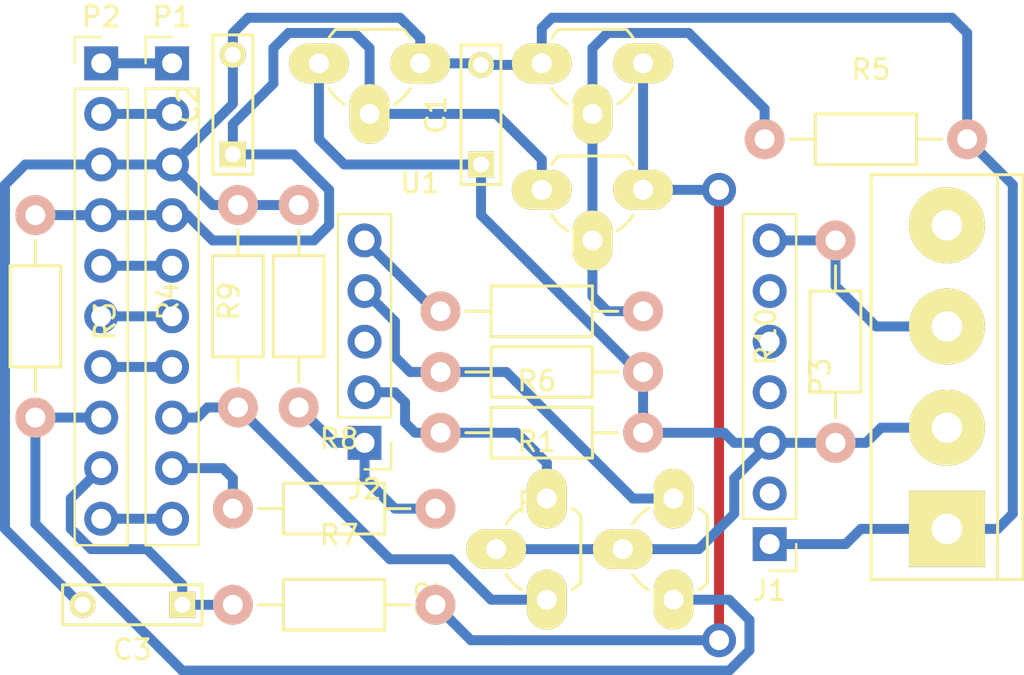
<source format=kicad_pcb>
(kicad_pcb (version 4) (host pcbnew 4.0.2+dfsg1-stable)

  (general
    (links 51)
    (no_connects 0)
    (area 116.731 98.491 173.441 134.579)
    (thickness 1.6)
    (drawings 0)
    (tracks 145)
    (zones 0)
    (modules 23)
    (nets 21)
  )

  (page A4)
  (layers
    (0 F.Cu signal)
    (31 B.Cu signal)
    (32 B.Adhes user)
    (33 F.Adhes user)
    (34 B.Paste user)
    (35 F.Paste user)
    (36 B.SilkS user)
    (37 F.SilkS user)
    (38 B.Mask user)
    (39 F.Mask user)
    (40 Dwgs.User user)
    (41 Cmts.User user)
    (42 Eco1.User user)
    (43 Eco2.User user)
    (44 Edge.Cuts user)
    (45 Margin user)
    (46 B.CrtYd user hide)
    (47 F.CrtYd user)
    (48 B.Fab user hide)
    (49 F.Fab user hide)
  )

  (setup
    (last_trace_width 0.5)
    (user_trace_width 0.5)
    (trace_clearance 0.2)
    (zone_clearance 0.508)
    (zone_45_only no)
    (trace_min 0.2)
    (segment_width 0.2)
    (edge_width 0.15)
    (via_size 0.6)
    (via_drill 0.4)
    (via_min_size 0.4)
    (via_min_drill 0.3)
    (user_via 1.7 1)
    (uvia_size 0.3)
    (uvia_drill 0.1)
    (uvias_allowed no)
    (uvia_min_size 0.2)
    (uvia_min_drill 0.1)
    (pcb_text_width 0.3)
    (pcb_text_size 1.5 1.5)
    (mod_edge_width 0.15)
    (mod_text_size 1 1)
    (mod_text_width 0.15)
    (pad_size 1.524 1.524)
    (pad_drill 0.762)
    (pad_to_mask_clearance 0.2)
    (aux_axis_origin 0 0)
    (visible_elements FFFFFF7F)
    (pcbplotparams
      (layerselection 0x00000_80000000)
      (usegerberextensions false)
      (excludeedgelayer true)
      (linewidth 0.100000)
      (plotframeref false)
      (viasonmask false)
      (mode 1)
      (useauxorigin false)
      (hpglpennumber 1)
      (hpglpenspeed 20)
      (hpglpendiameter 15)
      (hpglpenoverlay 2)
      (psnegative false)
      (psa4output false)
      (plotreference true)
      (plotvalue true)
      (plotinvisibletext false)
      (padsonsilk false)
      (subtractmaskfromsilk false)
      (outputformat 5)
      (mirror false)
      (drillshape 0)
      (scaleselection 1)
      (outputdirectory svg))
  )

  (net 0 "")
  (net 1 VDD)
  (net 2 GND)
  (net 3 VAA)
  (net 4 /Power_O)
  (net 5 /Simblee/GPIO6)
  (net 6 /Simblee/GPIO2)
  (net 7 /Simblee/GPIO5)
  (net 8 /Simblee/GPIO3)
  (net 9 /1)
  (net 10 /2)
  (net 11 /5)
  (net 12 /6)
  (net 13 /7)
  (net 14 /IO_I)
  (net 15 /Power_I)
  (net 16 /10)
  (net 17 /IO_O)
  (net 18 "Net-(Q3-Pad1)")
  (net 19 "Net-(Q3-Pad2)")
  (net 20 /Simblee/GPIO1)

  (net_class Default "This is the default net class."
    (clearance 0.2)
    (trace_width 0.25)
    (via_dia 0.6)
    (via_drill 0.4)
    (uvia_dia 0.3)
    (uvia_drill 0.1)
    (add_net /1)
    (add_net /10)
    (add_net /2)
    (add_net /5)
    (add_net /6)
    (add_net /7)
    (add_net /IO_I)
    (add_net /IO_O)
    (add_net /Power_I)
    (add_net /Power_O)
    (add_net /Simblee/GPIO1)
    (add_net /Simblee/GPIO2)
    (add_net /Simblee/GPIO3)
    (add_net /Simblee/GPIO5)
    (add_net /Simblee/GPIO6)
    (add_net GND)
    (add_net "Net-(Q3-Pad1)")
    (add_net "Net-(Q3-Pad2)")
    (add_net VAA)
    (add_net VDD)
  )

  (module TO_SOT_Packages_THT:TO-92_Rugged (layer F.Cu) (tedit 54F24473) (tstamp 5A16F14E)
    (at 147.32 129.54 90)
    (descr "TO-92 rugged, leads molded, wide, drill 1mm (see NXP sot054_po.pdf)")
    (tags "to-92 sc-43 sc-43a sot54 PA33 transistor")
    (path /5A09F8CD)
    (fp_text reference Q2 (at 0 -6 90) (layer F.SilkS)
      (effects (font (size 1 1) (thickness 0.15)))
    )
    (fp_text value 2N7000 (at 0 3 90) (layer F.Fab)
      (effects (font (size 1 1) (thickness 0.15)))
    )
    (fp_arc (start 2.54 0) (end 0.49 -1.25) (angle 27.25399767) (layer F.SilkS) (width 0.15))
    (fp_arc (start 2.54 0) (end 4.59 -1.25) (angle -27.25399767) (layer F.SilkS) (width 0.15))
    (fp_arc (start 2.54 0) (end 0.84 1.7) (angle 12.99463195) (layer F.SilkS) (width 0.15))
    (fp_arc (start 2.54 0) (end 4.24 1.7) (angle -12.99463195) (layer F.SilkS) (width 0.15))
    (fp_line (start -1.75 1.95) (end -1.75 -4.3) (layer F.CrtYd) (width 0.05))
    (fp_line (start -1.75 1.95) (end 6.85 1.95) (layer F.CrtYd) (width 0.05))
    (fp_line (start 0.84 1.7) (end 4.24 1.7) (layer F.SilkS) (width 0.15))
    (fp_line (start -1.75 -4.3) (end 6.85 -4.3) (layer F.CrtYd) (width 0.05))
    (fp_line (start 6.85 1.95) (end 6.85 -4.3) (layer F.CrtYd) (width 0.05))
    (pad 2 thru_hole oval (at 2.54 -2.54 180) (size 2.99974 1.99898) (drill 1) (layers *.Cu *.Mask F.SilkS)
      (net 1 VDD))
    (pad 1 thru_hole oval (at 0 0 180) (size 1.99898 2.99974) (drill 1) (layers *.Cu *.Mask F.SilkS)
      (net 14 /IO_I))
    (pad 3 thru_hole oval (at 5.08 0 180) (size 1.99898 2.99974) (drill 1) (layers *.Cu *.Mask F.SilkS)
      (net 7 /Simblee/GPIO5))
    (model TO_SOT_Packages_THT.3dshapes/TO-92_Rugged.wrl
      (at (xyz 0.1 0 0))
      (scale (xyz 1 1 1))
      (rotate (xyz 0 0 -90))
    )
  )

  (module Capacitors_ThroughHole:C_Rect_L7_W2_P5 (layer F.Cu) (tedit 0) (tstamp 5A09CF50)
    (at 144.018 107.696 90)
    (descr "Film Capacitor Length 7 x Width 2mm, Pitch 5mm")
    (tags Capacitor)
    (path /5A09C856)
    (fp_text reference C1 (at 2.5 -2.25 90) (layer F.SilkS)
      (effects (font (size 1 1) (thickness 0.15)))
    )
    (fp_text value C (at 2.5 2.5 90) (layer F.Fab)
      (effects (font (size 1 1) (thickness 0.15)))
    )
    (fp_line (start -1.25 -1.25) (end 6.25 -1.25) (layer F.CrtYd) (width 0.05))
    (fp_line (start 6.25 -1.25) (end 6.25 1.25) (layer F.CrtYd) (width 0.05))
    (fp_line (start 6.25 1.25) (end -1.25 1.25) (layer F.CrtYd) (width 0.05))
    (fp_line (start -1.25 1.25) (end -1.25 -1.25) (layer F.CrtYd) (width 0.05))
    (fp_line (start -1 -1) (end 6 -1) (layer F.SilkS) (width 0.15))
    (fp_line (start 6 -1) (end 6 1) (layer F.SilkS) (width 0.15))
    (fp_line (start 6 1) (end -1 1) (layer F.SilkS) (width 0.15))
    (fp_line (start -1 1) (end -1 -1) (layer F.SilkS) (width 0.15))
    (pad 1 thru_hole rect (at 0 0 90) (size 1.3 1.3) (drill 0.8) (layers *.Cu *.Mask F.SilkS)
      (net 1 VDD))
    (pad 2 thru_hole circle (at 5 0 90) (size 1.3 1.3) (drill 0.8) (layers *.Cu *.Mask F.SilkS)
      (net 2 GND))
    (model Capacitors_ThroughHole.3dshapes/C_Rect_L7_W2_P5.wrl
      (at (xyz 0.098425 0 0))
      (scale (xyz 1 1 1))
      (rotate (xyz 0 0 0))
    )
  )

  (module Capacitors_ThroughHole:C_Rect_L7_W2_P5 (layer F.Cu) (tedit 0) (tstamp 5A09CF56)
    (at 131.572 107.188 90)
    (descr "Film Capacitor Length 7 x Width 2mm, Pitch 5mm")
    (tags Capacitor)
    (path /5A09C928)
    (fp_text reference C2 (at 2.5 -2.25 90) (layer F.SilkS)
      (effects (font (size 1 1) (thickness 0.15)))
    )
    (fp_text value C (at 2.5 2.5 90) (layer F.Fab)
      (effects (font (size 1 1) (thickness 0.15)))
    )
    (fp_line (start -1.25 -1.25) (end 6.25 -1.25) (layer F.CrtYd) (width 0.05))
    (fp_line (start 6.25 -1.25) (end 6.25 1.25) (layer F.CrtYd) (width 0.05))
    (fp_line (start 6.25 1.25) (end -1.25 1.25) (layer F.CrtYd) (width 0.05))
    (fp_line (start -1.25 1.25) (end -1.25 -1.25) (layer F.CrtYd) (width 0.05))
    (fp_line (start -1 -1) (end 6 -1) (layer F.SilkS) (width 0.15))
    (fp_line (start 6 -1) (end 6 1) (layer F.SilkS) (width 0.15))
    (fp_line (start 6 1) (end -1 1) (layer F.SilkS) (width 0.15))
    (fp_line (start -1 1) (end -1 -1) (layer F.SilkS) (width 0.15))
    (pad 1 thru_hole rect (at 0 0 90) (size 1.3 1.3) (drill 0.8) (layers *.Cu *.Mask F.SilkS)
      (net 3 VAA))
    (pad 2 thru_hole circle (at 5 0 90) (size 1.3 1.3) (drill 0.8) (layers *.Cu *.Mask F.SilkS)
      (net 2 GND))
    (model Capacitors_ThroughHole.3dshapes/C_Rect_L7_W2_P5.wrl
      (at (xyz 0.098425 0 0))
      (scale (xyz 1 1 1))
      (rotate (xyz 0 0 0))
    )
  )

  (module Capacitors_ThroughHole:C_Rect_L7_W2_P5 (layer F.Cu) (tedit 0) (tstamp 5A09CF5C)
    (at 129.032 129.794 180)
    (descr "Film Capacitor Length 7 x Width 2mm, Pitch 5mm")
    (tags Capacitor)
    (path /5A0A03BB)
    (fp_text reference C3 (at 2.5 -2.25 180) (layer F.SilkS)
      (effects (font (size 1 1) (thickness 0.15)))
    )
    (fp_text value 1u (at 2.5 2.5 180) (layer F.Fab)
      (effects (font (size 1 1) (thickness 0.15)))
    )
    (fp_line (start -1.25 -1.25) (end 6.25 -1.25) (layer F.CrtYd) (width 0.05))
    (fp_line (start 6.25 -1.25) (end 6.25 1.25) (layer F.CrtYd) (width 0.05))
    (fp_line (start 6.25 1.25) (end -1.25 1.25) (layer F.CrtYd) (width 0.05))
    (fp_line (start -1.25 1.25) (end -1.25 -1.25) (layer F.CrtYd) (width 0.05))
    (fp_line (start -1 -1) (end 6 -1) (layer F.SilkS) (width 0.15))
    (fp_line (start 6 -1) (end 6 1) (layer F.SilkS) (width 0.15))
    (fp_line (start 6 1) (end -1 1) (layer F.SilkS) (width 0.15))
    (fp_line (start -1 1) (end -1 -1) (layer F.SilkS) (width 0.15))
    (pad 1 thru_hole rect (at 0 0 180) (size 1.3 1.3) (drill 0.8) (layers *.Cu *.Mask F.SilkS)
      (net 4 /Power_O))
    (pad 2 thru_hole circle (at 5 0 180) (size 1.3 1.3) (drill 0.8) (layers *.Cu *.Mask F.SilkS)
      (net 2 GND))
    (model Capacitors_ThroughHole.3dshapes/C_Rect_L7_W2_P5.wrl
      (at (xyz 0.098425 0 0))
      (scale (xyz 1 1 1))
      (rotate (xyz 0 0 0))
    )
  )

  (module Pin_Headers:Pin_Header_Straight_1x10_Pitch2.54mm (layer F.Cu) (tedit 59650532) (tstamp 5A09CF92)
    (at 128.524 102.616)
    (descr "Through hole straight pin header, 1x10, 2.54mm pitch, single row")
    (tags "Through hole pin header THT 1x10 2.54mm single row")
    (path /5A09D1F5)
    (fp_text reference P1 (at 0 -2.33) (layer F.SilkS)
      (effects (font (size 1 1) (thickness 0.15)))
    )
    (fp_text value CONN_I (at 0 25.19) (layer F.Fab)
      (effects (font (size 1 1) (thickness 0.15)))
    )
    (fp_line (start -0.635 -1.27) (end 1.27 -1.27) (layer F.Fab) (width 0.1))
    (fp_line (start 1.27 -1.27) (end 1.27 24.13) (layer F.Fab) (width 0.1))
    (fp_line (start 1.27 24.13) (end -1.27 24.13) (layer F.Fab) (width 0.1))
    (fp_line (start -1.27 24.13) (end -1.27 -0.635) (layer F.Fab) (width 0.1))
    (fp_line (start -1.27 -0.635) (end -0.635 -1.27) (layer F.Fab) (width 0.1))
    (fp_line (start -1.33 24.19) (end 1.33 24.19) (layer F.SilkS) (width 0.12))
    (fp_line (start -1.33 1.27) (end -1.33 24.19) (layer F.SilkS) (width 0.12))
    (fp_line (start 1.33 1.27) (end 1.33 24.19) (layer F.SilkS) (width 0.12))
    (fp_line (start -1.33 1.27) (end 1.33 1.27) (layer F.SilkS) (width 0.12))
    (fp_line (start -1.33 0) (end -1.33 -1.33) (layer F.SilkS) (width 0.12))
    (fp_line (start -1.33 -1.33) (end 0 -1.33) (layer F.SilkS) (width 0.12))
    (fp_line (start -1.8 -1.8) (end -1.8 24.65) (layer F.CrtYd) (width 0.05))
    (fp_line (start -1.8 24.65) (end 1.8 24.65) (layer F.CrtYd) (width 0.05))
    (fp_line (start 1.8 24.65) (end 1.8 -1.8) (layer F.CrtYd) (width 0.05))
    (fp_line (start 1.8 -1.8) (end -1.8 -1.8) (layer F.CrtYd) (width 0.05))
    (fp_text user %R (at 0 11.43 90) (layer F.Fab)
      (effects (font (size 1 1) (thickness 0.15)))
    )
    (pad 1 thru_hole rect (at 0 0) (size 1.7 1.7) (drill 1) (layers *.Cu *.Mask)
      (net 9 /1))
    (pad 2 thru_hole oval (at 0 2.54) (size 1.7 1.7) (drill 1) (layers *.Cu *.Mask)
      (net 10 /2))
    (pad 3 thru_hole oval (at 0 5.08) (size 1.7 1.7) (drill 1) (layers *.Cu *.Mask)
      (net 2 GND))
    (pad 4 thru_hole oval (at 0 7.62) (size 1.7 1.7) (drill 1) (layers *.Cu *.Mask)
      (net 3 VAA))
    (pad 5 thru_hole oval (at 0 10.16) (size 1.7 1.7) (drill 1) (layers *.Cu *.Mask)
      (net 11 /5))
    (pad 6 thru_hole oval (at 0 12.7) (size 1.7 1.7) (drill 1) (layers *.Cu *.Mask)
      (net 12 /6))
    (pad 7 thru_hole oval (at 0 15.24) (size 1.7 1.7) (drill 1) (layers *.Cu *.Mask)
      (net 13 /7))
    (pad 8 thru_hole oval (at 0 17.78) (size 1.7 1.7) (drill 1) (layers *.Cu *.Mask)
      (net 14 /IO_I))
    (pad 9 thru_hole oval (at 0 20.32) (size 1.7 1.7) (drill 1) (layers *.Cu *.Mask)
      (net 15 /Power_I))
    (pad 10 thru_hole oval (at 0 22.86) (size 1.7 1.7) (drill 1) (layers *.Cu *.Mask)
      (net 16 /10))
    (model ${KISYS3DMOD}/Pin_Headers.3dshapes/Pin_Header_Straight_1x10_Pitch2.54mm.wrl
      (at (xyz 0 0 0))
      (scale (xyz 1 1 1))
      (rotate (xyz 0 0 0))
    )
  )

  (module Pin_Headers:Pin_Header_Straight_1x10_Pitch2.54mm (layer F.Cu) (tedit 59650532) (tstamp 5A09CFA0)
    (at 124.968 102.616)
    (descr "Through hole straight pin header, 1x10, 2.54mm pitch, single row")
    (tags "Through hole pin header THT 1x10 2.54mm single row")
    (path /5A09CB32)
    (fp_text reference P2 (at 0 -2.33) (layer F.SilkS)
      (effects (font (size 1 1) (thickness 0.15)))
    )
    (fp_text value CONN_O (at 0 25.19) (layer F.Fab)
      (effects (font (size 1 1) (thickness 0.15)))
    )
    (fp_line (start -0.635 -1.27) (end 1.27 -1.27) (layer F.Fab) (width 0.1))
    (fp_line (start 1.27 -1.27) (end 1.27 24.13) (layer F.Fab) (width 0.1))
    (fp_line (start 1.27 24.13) (end -1.27 24.13) (layer F.Fab) (width 0.1))
    (fp_line (start -1.27 24.13) (end -1.27 -0.635) (layer F.Fab) (width 0.1))
    (fp_line (start -1.27 -0.635) (end -0.635 -1.27) (layer F.Fab) (width 0.1))
    (fp_line (start -1.33 24.19) (end 1.33 24.19) (layer F.SilkS) (width 0.12))
    (fp_line (start -1.33 1.27) (end -1.33 24.19) (layer F.SilkS) (width 0.12))
    (fp_line (start 1.33 1.27) (end 1.33 24.19) (layer F.SilkS) (width 0.12))
    (fp_line (start -1.33 1.27) (end 1.33 1.27) (layer F.SilkS) (width 0.12))
    (fp_line (start -1.33 0) (end -1.33 -1.33) (layer F.SilkS) (width 0.12))
    (fp_line (start -1.33 -1.33) (end 0 -1.33) (layer F.SilkS) (width 0.12))
    (fp_line (start -1.8 -1.8) (end -1.8 24.65) (layer F.CrtYd) (width 0.05))
    (fp_line (start -1.8 24.65) (end 1.8 24.65) (layer F.CrtYd) (width 0.05))
    (fp_line (start 1.8 24.65) (end 1.8 -1.8) (layer F.CrtYd) (width 0.05))
    (fp_line (start 1.8 -1.8) (end -1.8 -1.8) (layer F.CrtYd) (width 0.05))
    (fp_text user %R (at 0 11.43 90) (layer F.Fab)
      (effects (font (size 1 1) (thickness 0.15)))
    )
    (pad 1 thru_hole rect (at 0 0) (size 1.7 1.7) (drill 1) (layers *.Cu *.Mask)
      (net 9 /1))
    (pad 2 thru_hole oval (at 0 2.54) (size 1.7 1.7) (drill 1) (layers *.Cu *.Mask)
      (net 10 /2))
    (pad 3 thru_hole oval (at 0 5.08) (size 1.7 1.7) (drill 1) (layers *.Cu *.Mask)
      (net 2 GND))
    (pad 4 thru_hole oval (at 0 7.62) (size 1.7 1.7) (drill 1) (layers *.Cu *.Mask)
      (net 3 VAA))
    (pad 5 thru_hole oval (at 0 10.16) (size 1.7 1.7) (drill 1) (layers *.Cu *.Mask)
      (net 11 /5))
    (pad 6 thru_hole oval (at 0 12.7) (size 1.7 1.7) (drill 1) (layers *.Cu *.Mask)
      (net 12 /6))
    (pad 7 thru_hole oval (at 0 15.24) (size 1.7 1.7) (drill 1) (layers *.Cu *.Mask)
      (net 13 /7))
    (pad 8 thru_hole oval (at 0 17.78) (size 1.7 1.7) (drill 1) (layers *.Cu *.Mask)
      (net 17 /IO_O))
    (pad 9 thru_hole oval (at 0 20.32) (size 1.7 1.7) (drill 1) (layers *.Cu *.Mask)
      (net 4 /Power_O))
    (pad 10 thru_hole oval (at 0 22.86) (size 1.7 1.7) (drill 1) (layers *.Cu *.Mask)
      (net 16 /10))
    (model ${KISYS3DMOD}/Pin_Headers.3dshapes/Pin_Header_Straight_1x10_Pitch2.54mm.wrl
      (at (xyz 0 0 0))
      (scale (xyz 1 1 1))
      (rotate (xyz 0 0 0))
    )
  )

  (module Resistors_ThroughHole:Resistor_Horizontal_RM10mm (layer F.Cu) (tedit 56648415) (tstamp 5A09CFBB)
    (at 152.146 118.11 180)
    (descr "Resistor, Axial,  RM 10mm, 1/3W")
    (tags "Resistor Axial RM 10mm 1/3W")
    (path /5A0A3200)
    (fp_text reference R1 (at 5.32892 -3.50012 180) (layer F.SilkS)
      (effects (font (size 1 1) (thickness 0.15)))
    )
    (fp_text value R (at 5.08 3.81 180) (layer F.Fab)
      (effects (font (size 1 1) (thickness 0.15)))
    )
    (fp_line (start -1.25 -1.5) (end 11.4 -1.5) (layer F.CrtYd) (width 0.05))
    (fp_line (start -1.25 1.5) (end -1.25 -1.5) (layer F.CrtYd) (width 0.05))
    (fp_line (start 11.4 -1.5) (end 11.4 1.5) (layer F.CrtYd) (width 0.05))
    (fp_line (start -1.25 1.5) (end 11.4 1.5) (layer F.CrtYd) (width 0.05))
    (fp_line (start 2.54 -1.27) (end 7.62 -1.27) (layer F.SilkS) (width 0.15))
    (fp_line (start 7.62 -1.27) (end 7.62 1.27) (layer F.SilkS) (width 0.15))
    (fp_line (start 7.62 1.27) (end 2.54 1.27) (layer F.SilkS) (width 0.15))
    (fp_line (start 2.54 1.27) (end 2.54 -1.27) (layer F.SilkS) (width 0.15))
    (fp_line (start 2.54 0) (end 1.27 0) (layer F.SilkS) (width 0.15))
    (fp_line (start 7.62 0) (end 8.89 0) (layer F.SilkS) (width 0.15))
    (pad 1 thru_hole circle (at 0 0 180) (size 1.99898 1.99898) (drill 1.00076) (layers *.Cu *.SilkS *.Mask)
      (net 1 VDD))
    (pad 2 thru_hole circle (at 10.16 0 180) (size 1.99898 1.99898) (drill 1.00076) (layers *.Cu *.SilkS *.Mask)
      (net 8 /Simblee/GPIO3))
    (model Resistors_ThroughHole.3dshapes/Resistor_Horizontal_RM10mm.wrl
      (at (xyz 0 0 0))
      (scale (xyz 0.4 0.4 0.4))
      (rotate (xyz 0 0 0))
    )
  )

  (module Resistors_ThroughHole:Resistor_Horizontal_RM10mm (layer F.Cu) (tedit 56648415) (tstamp 5A09CFC1)
    (at 152.146 121.158 180)
    (descr "Resistor, Axial,  RM 10mm, 1/3W")
    (tags "Resistor Axial RM 10mm 1/3W")
    (path /5A09F8D3)
    (fp_text reference R2 (at 5.32892 -3.50012 180) (layer F.SilkS)
      (effects (font (size 1 1) (thickness 0.15)))
    )
    (fp_text value R (at 5.08 3.81 180) (layer F.Fab)
      (effects (font (size 1 1) (thickness 0.15)))
    )
    (fp_line (start -1.25 -1.5) (end 11.4 -1.5) (layer F.CrtYd) (width 0.05))
    (fp_line (start -1.25 1.5) (end -1.25 -1.5) (layer F.CrtYd) (width 0.05))
    (fp_line (start 11.4 -1.5) (end 11.4 1.5) (layer F.CrtYd) (width 0.05))
    (fp_line (start -1.25 1.5) (end 11.4 1.5) (layer F.CrtYd) (width 0.05))
    (fp_line (start 2.54 -1.27) (end 7.62 -1.27) (layer F.SilkS) (width 0.15))
    (fp_line (start 7.62 -1.27) (end 7.62 1.27) (layer F.SilkS) (width 0.15))
    (fp_line (start 7.62 1.27) (end 2.54 1.27) (layer F.SilkS) (width 0.15))
    (fp_line (start 2.54 1.27) (end 2.54 -1.27) (layer F.SilkS) (width 0.15))
    (fp_line (start 2.54 0) (end 1.27 0) (layer F.SilkS) (width 0.15))
    (fp_line (start 7.62 0) (end 8.89 0) (layer F.SilkS) (width 0.15))
    (pad 1 thru_hole circle (at 0 0 180) (size 1.99898 1.99898) (drill 1.00076) (layers *.Cu *.SilkS *.Mask)
      (net 1 VDD))
    (pad 2 thru_hole circle (at 10.16 0 180) (size 1.99898 1.99898) (drill 1.00076) (layers *.Cu *.SilkS *.Mask)
      (net 7 /Simblee/GPIO5))
    (model Resistors_ThroughHole.3dshapes/Resistor_Horizontal_RM10mm.wrl
      (at (xyz 0 0 0))
      (scale (xyz 0.4 0.4 0.4))
      (rotate (xyz 0 0 0))
    )
  )

  (module Resistors_ThroughHole:Resistor_Horizontal_RM10mm (layer F.Cu) (tedit 56648415) (tstamp 5A09CFC7)
    (at 121.666 110.236 270)
    (descr "Resistor, Axial,  RM 10mm, 1/3W")
    (tags "Resistor Axial RM 10mm 1/3W")
    (path /5A0A3206)
    (fp_text reference R3 (at 5.32892 -3.50012 270) (layer F.SilkS)
      (effects (font (size 1 1) (thickness 0.15)))
    )
    (fp_text value R (at 5.08 3.81 270) (layer F.Fab)
      (effects (font (size 1 1) (thickness 0.15)))
    )
    (fp_line (start -1.25 -1.5) (end 11.4 -1.5) (layer F.CrtYd) (width 0.05))
    (fp_line (start -1.25 1.5) (end -1.25 -1.5) (layer F.CrtYd) (width 0.05))
    (fp_line (start 11.4 -1.5) (end 11.4 1.5) (layer F.CrtYd) (width 0.05))
    (fp_line (start -1.25 1.5) (end 11.4 1.5) (layer F.CrtYd) (width 0.05))
    (fp_line (start 2.54 -1.27) (end 7.62 -1.27) (layer F.SilkS) (width 0.15))
    (fp_line (start 7.62 -1.27) (end 7.62 1.27) (layer F.SilkS) (width 0.15))
    (fp_line (start 7.62 1.27) (end 2.54 1.27) (layer F.SilkS) (width 0.15))
    (fp_line (start 2.54 1.27) (end 2.54 -1.27) (layer F.SilkS) (width 0.15))
    (fp_line (start 2.54 0) (end 1.27 0) (layer F.SilkS) (width 0.15))
    (fp_line (start 7.62 0) (end 8.89 0) (layer F.SilkS) (width 0.15))
    (pad 1 thru_hole circle (at 0 0 270) (size 1.99898 1.99898) (drill 1.00076) (layers *.Cu *.SilkS *.Mask)
      (net 3 VAA))
    (pad 2 thru_hole circle (at 10.16 0 270) (size 1.99898 1.99898) (drill 1.00076) (layers *.Cu *.SilkS *.Mask)
      (net 17 /IO_O))
    (model Resistors_ThroughHole.3dshapes/Resistor_Horizontal_RM10mm.wrl
      (at (xyz 0 0 0))
      (scale (xyz 0.4 0.4 0.4))
      (rotate (xyz 0 0 0))
    )
  )

  (module Resistors_ThroughHole:Resistor_Horizontal_RM10mm (layer F.Cu) (tedit 56648415) (tstamp 5A09CFCD)
    (at 131.826 119.888 90)
    (descr "Resistor, Axial,  RM 10mm, 1/3W")
    (tags "Resistor Axial RM 10mm 1/3W")
    (path /5A09F8D9)
    (fp_text reference R4 (at 5.32892 -3.50012 90) (layer F.SilkS)
      (effects (font (size 1 1) (thickness 0.15)))
    )
    (fp_text value R (at 5.08 3.81 90) (layer F.Fab)
      (effects (font (size 1 1) (thickness 0.15)))
    )
    (fp_line (start -1.25 -1.5) (end 11.4 -1.5) (layer F.CrtYd) (width 0.05))
    (fp_line (start -1.25 1.5) (end -1.25 -1.5) (layer F.CrtYd) (width 0.05))
    (fp_line (start 11.4 -1.5) (end 11.4 1.5) (layer F.CrtYd) (width 0.05))
    (fp_line (start -1.25 1.5) (end 11.4 1.5) (layer F.CrtYd) (width 0.05))
    (fp_line (start 2.54 -1.27) (end 7.62 -1.27) (layer F.SilkS) (width 0.15))
    (fp_line (start 7.62 -1.27) (end 7.62 1.27) (layer F.SilkS) (width 0.15))
    (fp_line (start 7.62 1.27) (end 2.54 1.27) (layer F.SilkS) (width 0.15))
    (fp_line (start 2.54 1.27) (end 2.54 -1.27) (layer F.SilkS) (width 0.15))
    (fp_line (start 2.54 0) (end 1.27 0) (layer F.SilkS) (width 0.15))
    (fp_line (start 7.62 0) (end 8.89 0) (layer F.SilkS) (width 0.15))
    (pad 1 thru_hole circle (at 0 0 90) (size 1.99898 1.99898) (drill 1.00076) (layers *.Cu *.SilkS *.Mask)
      (net 14 /IO_I))
    (pad 2 thru_hole circle (at 10.16 0 90) (size 1.99898 1.99898) (drill 1.00076) (layers *.Cu *.SilkS *.Mask)
      (net 2 GND))
    (model Resistors_ThroughHole.3dshapes/Resistor_Horizontal_RM10mm.wrl
      (at (xyz 0 0 0))
      (scale (xyz 0.4 0.4 0.4))
      (rotate (xyz 0 0 0))
    )
  )

  (module Resistors_ThroughHole:Resistor_Horizontal_RM10mm (layer F.Cu) (tedit 56648415) (tstamp 5A09CFD3)
    (at 158.242 106.426)
    (descr "Resistor, Axial,  RM 10mm, 1/3W")
    (tags "Resistor Axial RM 10mm 1/3W")
    (path /5A09EB0F)
    (fp_text reference R5 (at 5.32892 -3.50012) (layer F.SilkS)
      (effects (font (size 1 1) (thickness 0.15)))
    )
    (fp_text value R (at 5.08 3.81) (layer F.Fab)
      (effects (font (size 1 1) (thickness 0.15)))
    )
    (fp_line (start -1.25 -1.5) (end 11.4 -1.5) (layer F.CrtYd) (width 0.05))
    (fp_line (start -1.25 1.5) (end -1.25 -1.5) (layer F.CrtYd) (width 0.05))
    (fp_line (start 11.4 -1.5) (end 11.4 1.5) (layer F.CrtYd) (width 0.05))
    (fp_line (start -1.25 1.5) (end 11.4 1.5) (layer F.CrtYd) (width 0.05))
    (fp_line (start 2.54 -1.27) (end 7.62 -1.27) (layer F.SilkS) (width 0.15))
    (fp_line (start 7.62 -1.27) (end 7.62 1.27) (layer F.SilkS) (width 0.15))
    (fp_line (start 7.62 1.27) (end 2.54 1.27) (layer F.SilkS) (width 0.15))
    (fp_line (start 2.54 1.27) (end 2.54 -1.27) (layer F.SilkS) (width 0.15))
    (fp_line (start 2.54 0) (end 1.27 0) (layer F.SilkS) (width 0.15))
    (fp_line (start 7.62 0) (end 8.89 0) (layer F.SilkS) (width 0.15))
    (pad 1 thru_hole circle (at 0 0) (size 1.99898 1.99898) (drill 1.00076) (layers *.Cu *.SilkS *.Mask)
      (net 19 "Net-(Q3-Pad2)"))
    (pad 2 thru_hole circle (at 10.16 0) (size 1.99898 1.99898) (drill 1.00076) (layers *.Cu *.SilkS *.Mask)
      (net 2 GND))
    (model Resistors_ThroughHole.3dshapes/Resistor_Horizontal_RM10mm.wrl
      (at (xyz 0 0 0))
      (scale (xyz 0.4 0.4 0.4))
      (rotate (xyz 0 0 0))
    )
  )

  (module Resistors_ThroughHole:Resistor_Horizontal_RM10mm (layer F.Cu) (tedit 56648415) (tstamp 5A09CFD9)
    (at 152.146 115.062 180)
    (descr "Resistor, Axial,  RM 10mm, 1/3W")
    (tags "Resistor Axial RM 10mm 1/3W")
    (path /5A16F5A3)
    (fp_text reference R6 (at 5.32892 -3.50012 180) (layer F.SilkS)
      (effects (font (size 1 1) (thickness 0.15)))
    )
    (fp_text value R (at 5.08 3.81 180) (layer F.Fab)
      (effects (font (size 1 1) (thickness 0.15)))
    )
    (fp_line (start -1.25 -1.5) (end 11.4 -1.5) (layer F.CrtYd) (width 0.05))
    (fp_line (start -1.25 1.5) (end -1.25 -1.5) (layer F.CrtYd) (width 0.05))
    (fp_line (start 11.4 -1.5) (end 11.4 1.5) (layer F.CrtYd) (width 0.05))
    (fp_line (start -1.25 1.5) (end 11.4 1.5) (layer F.CrtYd) (width 0.05))
    (fp_line (start 2.54 -1.27) (end 7.62 -1.27) (layer F.SilkS) (width 0.15))
    (fp_line (start 7.62 -1.27) (end 7.62 1.27) (layer F.SilkS) (width 0.15))
    (fp_line (start 7.62 1.27) (end 2.54 1.27) (layer F.SilkS) (width 0.15))
    (fp_line (start 2.54 1.27) (end 2.54 -1.27) (layer F.SilkS) (width 0.15))
    (fp_line (start 2.54 0) (end 1.27 0) (layer F.SilkS) (width 0.15))
    (fp_line (start 7.62 0) (end 8.89 0) (layer F.SilkS) (width 0.15))
    (pad 1 thru_hole circle (at 0 0 180) (size 1.99898 1.99898) (drill 1.00076) (layers *.Cu *.SilkS *.Mask)
      (net 19 "Net-(Q3-Pad2)"))
    (pad 2 thru_hole circle (at 10.16 0 180) (size 1.99898 1.99898) (drill 1.00076) (layers *.Cu *.SilkS *.Mask)
      (net 6 /Simblee/GPIO2))
    (model Resistors_ThroughHole.3dshapes/Resistor_Horizontal_RM10mm.wrl
      (at (xyz 0 0 0))
      (scale (xyz 0.4 0.4 0.4))
      (rotate (xyz 0 0 0))
    )
  )

  (module Resistors_ThroughHole:Resistor_Horizontal_RM10mm (layer F.Cu) (tedit 56648415) (tstamp 5A09CFDF)
    (at 131.572 129.794)
    (descr "Resistor, Axial,  RM 10mm, 1/3W")
    (tags "Resistor Axial RM 10mm 1/3W")
    (path /5A0A030E)
    (fp_text reference R7 (at 5.32892 -3.50012) (layer F.SilkS)
      (effects (font (size 1 1) (thickness 0.15)))
    )
    (fp_text value R (at 5.08 3.81) (layer F.Fab)
      (effects (font (size 1 1) (thickness 0.15)))
    )
    (fp_line (start -1.25 -1.5) (end 11.4 -1.5) (layer F.CrtYd) (width 0.05))
    (fp_line (start -1.25 1.5) (end -1.25 -1.5) (layer F.CrtYd) (width 0.05))
    (fp_line (start 11.4 -1.5) (end 11.4 1.5) (layer F.CrtYd) (width 0.05))
    (fp_line (start -1.25 1.5) (end 11.4 1.5) (layer F.CrtYd) (width 0.05))
    (fp_line (start 2.54 -1.27) (end 7.62 -1.27) (layer F.SilkS) (width 0.15))
    (fp_line (start 7.62 -1.27) (end 7.62 1.27) (layer F.SilkS) (width 0.15))
    (fp_line (start 7.62 1.27) (end 2.54 1.27) (layer F.SilkS) (width 0.15))
    (fp_line (start 2.54 1.27) (end 2.54 -1.27) (layer F.SilkS) (width 0.15))
    (fp_line (start 2.54 0) (end 1.27 0) (layer F.SilkS) (width 0.15))
    (fp_line (start 7.62 0) (end 8.89 0) (layer F.SilkS) (width 0.15))
    (pad 1 thru_hole circle (at 0 0) (size 1.99898 1.99898) (drill 1.00076) (layers *.Cu *.SilkS *.Mask)
      (net 4 /Power_O))
    (pad 2 thru_hole circle (at 10.16 0) (size 1.99898 1.99898) (drill 1.00076) (layers *.Cu *.SilkS *.Mask)
      (net 18 "Net-(Q3-Pad1)"))
    (model Resistors_ThroughHole.3dshapes/Resistor_Horizontal_RM10mm.wrl
      (at (xyz 0 0 0))
      (scale (xyz 0.4 0.4 0.4))
      (rotate (xyz 0 0 0))
    )
  )

  (module Resistors_ThroughHole:Resistor_Horizontal_RM10mm (layer F.Cu) (tedit 56648415) (tstamp 5A09CFE5)
    (at 131.572 124.968)
    (descr "Resistor, Axial,  RM 10mm, 1/3W")
    (tags "Resistor Axial RM 10mm 1/3W")
    (path /5A09DBBC)
    (fp_text reference R8 (at 5.32892 -3.50012) (layer F.SilkS)
      (effects (font (size 1 1) (thickness 0.15)))
    )
    (fp_text value R (at 5.08 3.81) (layer F.Fab)
      (effects (font (size 1 1) (thickness 0.15)))
    )
    (fp_line (start -1.25 -1.5) (end 11.4 -1.5) (layer F.CrtYd) (width 0.05))
    (fp_line (start -1.25 1.5) (end -1.25 -1.5) (layer F.CrtYd) (width 0.05))
    (fp_line (start 11.4 -1.5) (end 11.4 1.5) (layer F.CrtYd) (width 0.05))
    (fp_line (start -1.25 1.5) (end 11.4 1.5) (layer F.CrtYd) (width 0.05))
    (fp_line (start 2.54 -1.27) (end 7.62 -1.27) (layer F.SilkS) (width 0.15))
    (fp_line (start 7.62 -1.27) (end 7.62 1.27) (layer F.SilkS) (width 0.15))
    (fp_line (start 7.62 1.27) (end 2.54 1.27) (layer F.SilkS) (width 0.15))
    (fp_line (start 2.54 1.27) (end 2.54 -1.27) (layer F.SilkS) (width 0.15))
    (fp_line (start 2.54 0) (end 1.27 0) (layer F.SilkS) (width 0.15))
    (fp_line (start 7.62 0) (end 8.89 0) (layer F.SilkS) (width 0.15))
    (pad 1 thru_hole circle (at 0 0) (size 1.99898 1.99898) (drill 1.00076) (layers *.Cu *.SilkS *.Mask)
      (net 15 /Power_I))
    (pad 2 thru_hole circle (at 10.16 0) (size 1.99898 1.99898) (drill 1.00076) (layers *.Cu *.SilkS *.Mask)
      (net 5 /Simblee/GPIO6))
    (model Resistors_ThroughHole.3dshapes/Resistor_Horizontal_RM10mm.wrl
      (at (xyz 0 0 0))
      (scale (xyz 0.4 0.4 0.4))
      (rotate (xyz 0 0 0))
    )
  )

  (module Resistors_ThroughHole:Resistor_Horizontal_RM10mm (layer F.Cu) (tedit 56648415) (tstamp 5A09CFEB)
    (at 134.874 119.888 90)
    (descr "Resistor, Axial,  RM 10mm, 1/3W")
    (tags "Resistor Axial RM 10mm 1/3W")
    (path /5A09DC24)
    (fp_text reference R9 (at 5.32892 -3.50012 90) (layer F.SilkS)
      (effects (font (size 1 1) (thickness 0.15)))
    )
    (fp_text value R (at 5.08 3.81 90) (layer F.Fab)
      (effects (font (size 1 1) (thickness 0.15)))
    )
    (fp_line (start -1.25 -1.5) (end 11.4 -1.5) (layer F.CrtYd) (width 0.05))
    (fp_line (start -1.25 1.5) (end -1.25 -1.5) (layer F.CrtYd) (width 0.05))
    (fp_line (start 11.4 -1.5) (end 11.4 1.5) (layer F.CrtYd) (width 0.05))
    (fp_line (start -1.25 1.5) (end 11.4 1.5) (layer F.CrtYd) (width 0.05))
    (fp_line (start 2.54 -1.27) (end 7.62 -1.27) (layer F.SilkS) (width 0.15))
    (fp_line (start 7.62 -1.27) (end 7.62 1.27) (layer F.SilkS) (width 0.15))
    (fp_line (start 7.62 1.27) (end 2.54 1.27) (layer F.SilkS) (width 0.15))
    (fp_line (start 2.54 1.27) (end 2.54 -1.27) (layer F.SilkS) (width 0.15))
    (fp_line (start 2.54 0) (end 1.27 0) (layer F.SilkS) (width 0.15))
    (fp_line (start 7.62 0) (end 8.89 0) (layer F.SilkS) (width 0.15))
    (pad 1 thru_hole circle (at 0 0 90) (size 1.99898 1.99898) (drill 1.00076) (layers *.Cu *.SilkS *.Mask)
      (net 5 /Simblee/GPIO6))
    (pad 2 thru_hole circle (at 10.16 0 90) (size 1.99898 1.99898) (drill 1.00076) (layers *.Cu *.SilkS *.Mask)
      (net 2 GND))
    (model Resistors_ThroughHole.3dshapes/Resistor_Horizontal_RM10mm.wrl
      (at (xyz 0 0 0))
      (scale (xyz 0.4 0.4 0.4))
      (rotate (xyz 0 0 0))
    )
  )

  (module Socket_Strips:Socket_Strip_Straight_1x07_Pitch2.54mm (layer F.Cu) (tedit 58CD5446) (tstamp 5A09D0BA)
    (at 158.496 126.746 180)
    (descr "Through hole straight socket strip, 1x07, 2.54mm pitch, single row")
    (tags "Through hole socket strip THT 1x07 2.54mm single row")
    (path /5A09B9AD/5988232D)
    (fp_text reference J1 (at 0 -2.33 180) (layer F.SilkS)
      (effects (font (size 1 1) (thickness 0.15)))
    )
    (fp_text value CONN_01X07 (at 0 17.57 180) (layer F.Fab)
      (effects (font (size 1 1) (thickness 0.15)))
    )
    (fp_line (start -1.27 -1.27) (end -1.27 16.51) (layer F.Fab) (width 0.1))
    (fp_line (start -1.27 16.51) (end 1.27 16.51) (layer F.Fab) (width 0.1))
    (fp_line (start 1.27 16.51) (end 1.27 -1.27) (layer F.Fab) (width 0.1))
    (fp_line (start 1.27 -1.27) (end -1.27 -1.27) (layer F.Fab) (width 0.1))
    (fp_line (start -1.33 1.27) (end -1.33 16.57) (layer F.SilkS) (width 0.12))
    (fp_line (start -1.33 16.57) (end 1.33 16.57) (layer F.SilkS) (width 0.12))
    (fp_line (start 1.33 16.57) (end 1.33 1.27) (layer F.SilkS) (width 0.12))
    (fp_line (start 1.33 1.27) (end -1.33 1.27) (layer F.SilkS) (width 0.12))
    (fp_line (start -1.33 0) (end -1.33 -1.33) (layer F.SilkS) (width 0.12))
    (fp_line (start -1.33 -1.33) (end 0 -1.33) (layer F.SilkS) (width 0.12))
    (fp_line (start -1.8 -1.8) (end -1.8 17.05) (layer F.CrtYd) (width 0.05))
    (fp_line (start -1.8 17.05) (end 1.8 17.05) (layer F.CrtYd) (width 0.05))
    (fp_line (start 1.8 17.05) (end 1.8 -1.8) (layer F.CrtYd) (width 0.05))
    (fp_line (start 1.8 -1.8) (end -1.8 -1.8) (layer F.CrtYd) (width 0.05))
    (fp_text user %R (at 0 -2.33 180) (layer F.Fab)
      (effects (font (size 1 1) (thickness 0.15)))
    )
    (pad 1 thru_hole rect (at 0 0 180) (size 1.7 1.7) (drill 1) (layers *.Cu *.Mask)
      (net 2 GND))
    (pad 2 thru_hole oval (at 0 2.54 180) (size 1.7 1.7) (drill 1) (layers *.Cu *.Mask))
    (pad 3 thru_hole oval (at 0 5.08 180) (size 1.7 1.7) (drill 1) (layers *.Cu *.Mask)
      (net 1 VDD))
    (pad 4 thru_hole oval (at 0 7.62 180) (size 1.7 1.7) (drill 1) (layers *.Cu *.Mask))
    (pad 5 thru_hole oval (at 0 10.16 180) (size 1.7 1.7) (drill 1) (layers *.Cu *.Mask))
    (pad 6 thru_hole oval (at 0 12.7 180) (size 1.7 1.7) (drill 1) (layers *.Cu *.Mask))
    (pad 7 thru_hole oval (at 0 15.24 180) (size 1.7 1.7) (drill 1) (layers *.Cu *.Mask)
      (net 20 /Simblee/GPIO1))
    (model ${KISYS3DMOD}/Socket_Strips.3dshapes/Socket_Strip_Straight_1x07_Pitch2.54mm.wrl
      (at (xyz 0 -0.3 0))
      (scale (xyz 1 1 1))
      (rotate (xyz 0 0 270))
    )
  )

  (module Socket_Strips:Socket_Strip_Straight_1x05_Pitch2.54mm (layer F.Cu) (tedit 58CD5446) (tstamp 5A09D0C4)
    (at 138.176 121.666 180)
    (descr "Through hole straight socket strip, 1x05, 2.54mm pitch, single row")
    (tags "Through hole socket strip THT 1x05 2.54mm single row")
    (path /5A09B9AD/59882327)
    (fp_text reference J2 (at 0 -2.33 180) (layer F.SilkS)
      (effects (font (size 1 1) (thickness 0.15)))
    )
    (fp_text value CONN_01X05 (at 0 12.49 180) (layer F.Fab)
      (effects (font (size 1 1) (thickness 0.15)))
    )
    (fp_line (start -1.27 -1.27) (end -1.27 11.43) (layer F.Fab) (width 0.1))
    (fp_line (start -1.27 11.43) (end 1.27 11.43) (layer F.Fab) (width 0.1))
    (fp_line (start 1.27 11.43) (end 1.27 -1.27) (layer F.Fab) (width 0.1))
    (fp_line (start 1.27 -1.27) (end -1.27 -1.27) (layer F.Fab) (width 0.1))
    (fp_line (start -1.33 1.27) (end -1.33 11.49) (layer F.SilkS) (width 0.12))
    (fp_line (start -1.33 11.49) (end 1.33 11.49) (layer F.SilkS) (width 0.12))
    (fp_line (start 1.33 11.49) (end 1.33 1.27) (layer F.SilkS) (width 0.12))
    (fp_line (start 1.33 1.27) (end -1.33 1.27) (layer F.SilkS) (width 0.12))
    (fp_line (start -1.33 0) (end -1.33 -1.33) (layer F.SilkS) (width 0.12))
    (fp_line (start -1.33 -1.33) (end 0 -1.33) (layer F.SilkS) (width 0.12))
    (fp_line (start -1.8 -1.8) (end -1.8 11.95) (layer F.CrtYd) (width 0.05))
    (fp_line (start -1.8 11.95) (end 1.8 11.95) (layer F.CrtYd) (width 0.05))
    (fp_line (start 1.8 11.95) (end 1.8 -1.8) (layer F.CrtYd) (width 0.05))
    (fp_line (start 1.8 -1.8) (end -1.8 -1.8) (layer F.CrtYd) (width 0.05))
    (fp_text user %R (at 0 -2.33 180) (layer F.Fab)
      (effects (font (size 1 1) (thickness 0.15)))
    )
    (pad 1 thru_hole rect (at 0 0 180) (size 1.7 1.7) (drill 1) (layers *.Cu *.Mask)
      (net 5 /Simblee/GPIO6))
    (pad 2 thru_hole oval (at 0 2.54 180) (size 1.7 1.7) (drill 1) (layers *.Cu *.Mask)
      (net 7 /Simblee/GPIO5))
    (pad 3 thru_hole oval (at 0 5.08 180) (size 1.7 1.7) (drill 1) (layers *.Cu *.Mask))
    (pad 4 thru_hole oval (at 0 7.62 180) (size 1.7 1.7) (drill 1) (layers *.Cu *.Mask)
      (net 8 /Simblee/GPIO3))
    (pad 5 thru_hole oval (at 0 10.16 180) (size 1.7 1.7) (drill 1) (layers *.Cu *.Mask)
      (net 6 /Simblee/GPIO2))
    (model ${KISYS3DMOD}/Socket_Strips.3dshapes/Socket_Strip_Straight_1x05_Pitch2.54mm.wrl
      (at (xyz 0 -0.2 0))
      (scale (xyz 1 1 1))
      (rotate (xyz 0 0 270))
    )
  )

  (module Resistors_ThroughHole:Resistor_Horizontal_RM10mm (layer F.Cu) (tedit 56648415) (tstamp 5A0C62EA)
    (at 161.798 121.666 90)
    (descr "Resistor, Axial,  RM 10mm, 1/3W")
    (tags "Resistor Axial RM 10mm 1/3W")
    (path /5A0C6C12)
    (fp_text reference R10 (at 5.32892 -3.50012 90) (layer F.SilkS)
      (effects (font (size 1 1) (thickness 0.15)))
    )
    (fp_text value 4.7k (at 5.08 3.81 90) (layer F.Fab)
      (effects (font (size 1 1) (thickness 0.15)))
    )
    (fp_line (start -1.25 -1.5) (end 11.4 -1.5) (layer F.CrtYd) (width 0.05))
    (fp_line (start -1.25 1.5) (end -1.25 -1.5) (layer F.CrtYd) (width 0.05))
    (fp_line (start 11.4 -1.5) (end 11.4 1.5) (layer F.CrtYd) (width 0.05))
    (fp_line (start -1.25 1.5) (end 11.4 1.5) (layer F.CrtYd) (width 0.05))
    (fp_line (start 2.54 -1.27) (end 7.62 -1.27) (layer F.SilkS) (width 0.15))
    (fp_line (start 7.62 -1.27) (end 7.62 1.27) (layer F.SilkS) (width 0.15))
    (fp_line (start 7.62 1.27) (end 2.54 1.27) (layer F.SilkS) (width 0.15))
    (fp_line (start 2.54 1.27) (end 2.54 -1.27) (layer F.SilkS) (width 0.15))
    (fp_line (start 2.54 0) (end 1.27 0) (layer F.SilkS) (width 0.15))
    (fp_line (start 7.62 0) (end 8.89 0) (layer F.SilkS) (width 0.15))
    (pad 1 thru_hole circle (at 0 0 90) (size 1.99898 1.99898) (drill 1.00076) (layers *.Cu *.SilkS *.Mask)
      (net 1 VDD))
    (pad 2 thru_hole circle (at 10.16 0 90) (size 1.99898 1.99898) (drill 1.00076) (layers *.Cu *.SilkS *.Mask)
      (net 20 /Simblee/GPIO1))
    (model Resistors_ThroughHole.3dshapes/Resistor_Horizontal_RM10mm.wrl
      (at (xyz 0 0 0))
      (scale (xyz 0.4 0.4 0.4))
      (rotate (xyz 0 0 0))
    )
  )

  (module TO_SOT_Packages_THT:TO-92_Rugged (layer F.Cu) (tedit 54F24473) (tstamp 5A16F0C3)
    (at 152.146 108.966 180)
    (descr "TO-92 rugged, leads molded, wide, drill 1mm (see NXP sot054_po.pdf)")
    (tags "to-92 sc-43 sc-43a sot54 PA33 transistor")
    (path /5A0EF778)
    (fp_text reference Q4 (at 0 -6 180) (layer F.SilkS)
      (effects (font (size 1 1) (thickness 0.15)))
    )
    (fp_text value Q_PMOS_DGS (at 0 3 180) (layer F.Fab)
      (effects (font (size 1 1) (thickness 0.15)))
    )
    (fp_arc (start 2.54 0) (end 0.49 -1.25) (angle 27.25399767) (layer F.SilkS) (width 0.15))
    (fp_arc (start 2.54 0) (end 4.59 -1.25) (angle -27.25399767) (layer F.SilkS) (width 0.15))
    (fp_arc (start 2.54 0) (end 0.84 1.7) (angle 12.99463195) (layer F.SilkS) (width 0.15))
    (fp_arc (start 2.54 0) (end 4.24 1.7) (angle -12.99463195) (layer F.SilkS) (width 0.15))
    (fp_line (start -1.75 1.95) (end -1.75 -4.3) (layer F.CrtYd) (width 0.05))
    (fp_line (start -1.75 1.95) (end 6.85 1.95) (layer F.CrtYd) (width 0.05))
    (fp_line (start 0.84 1.7) (end 4.24 1.7) (layer F.SilkS) (width 0.15))
    (fp_line (start -1.75 -4.3) (end 6.85 -4.3) (layer F.CrtYd) (width 0.05))
    (fp_line (start 6.85 1.95) (end 6.85 -4.3) (layer F.CrtYd) (width 0.05))
    (pad 2 thru_hole oval (at 2.54 -2.54 270) (size 2.99974 1.99898) (drill 1) (layers *.Cu *.Mask F.SilkS)
      (net 19 "Net-(Q3-Pad2)"))
    (pad 1 thru_hole oval (at 0 0 270) (size 1.99898 2.99974) (drill 1) (layers *.Cu *.Mask F.SilkS)
      (net 18 "Net-(Q3-Pad1)"))
    (pad 3 thru_hole oval (at 5.08 0 270) (size 1.99898 2.99974) (drill 1) (layers *.Cu *.Mask F.SilkS)
      (net 3 VAA))
    (model TO_SOT_Packages_THT.3dshapes/TO-92_Rugged.wrl
      (at (xyz 0.1 0 0))
      (scale (xyz 1 1 1))
      (rotate (xyz 0 0 -90))
    )
  )

  (module TO_SOT_Packages_THT:TO-92_Rugged (layer F.Cu) (tedit 54F24473) (tstamp 5A16F148)
    (at 153.67 129.54 90)
    (descr "TO-92 rugged, leads molded, wide, drill 1mm (see NXP sot054_po.pdf)")
    (tags "to-92 sc-43 sc-43a sot54 PA33 transistor")
    (path /5A0A31FA)
    (fp_text reference Q1 (at 0 -6 90) (layer F.SilkS)
      (effects (font (size 1 1) (thickness 0.15)))
    )
    (fp_text value 2N7000 (at 0 3 90) (layer F.Fab)
      (effects (font (size 1 1) (thickness 0.15)))
    )
    (fp_arc (start 2.54 0) (end 0.49 -1.25) (angle 27.25399767) (layer F.SilkS) (width 0.15))
    (fp_arc (start 2.54 0) (end 4.59 -1.25) (angle -27.25399767) (layer F.SilkS) (width 0.15))
    (fp_arc (start 2.54 0) (end 0.84 1.7) (angle 12.99463195) (layer F.SilkS) (width 0.15))
    (fp_arc (start 2.54 0) (end 4.24 1.7) (angle -12.99463195) (layer F.SilkS) (width 0.15))
    (fp_line (start -1.75 1.95) (end -1.75 -4.3) (layer F.CrtYd) (width 0.05))
    (fp_line (start -1.75 1.95) (end 6.85 1.95) (layer F.CrtYd) (width 0.05))
    (fp_line (start 0.84 1.7) (end 4.24 1.7) (layer F.SilkS) (width 0.15))
    (fp_line (start -1.75 -4.3) (end 6.85 -4.3) (layer F.CrtYd) (width 0.05))
    (fp_line (start 6.85 1.95) (end 6.85 -4.3) (layer F.CrtYd) (width 0.05))
    (pad 2 thru_hole oval (at 2.54 -2.54 180) (size 2.99974 1.99898) (drill 1) (layers *.Cu *.Mask F.SilkS)
      (net 1 VDD))
    (pad 1 thru_hole oval (at 0 0 180) (size 1.99898 2.99974) (drill 1) (layers *.Cu *.Mask F.SilkS)
      (net 17 /IO_O))
    (pad 3 thru_hole oval (at 5.08 0 180) (size 1.99898 2.99974) (drill 1) (layers *.Cu *.Mask F.SilkS)
      (net 8 /Simblee/GPIO3))
    (model TO_SOT_Packages_THT.3dshapes/TO-92_Rugged.wrl
      (at (xyz 0.1 0 0))
      (scale (xyz 1 1 1))
      (rotate (xyz 0 0 -90))
    )
  )

  (module TO_SOT_Packages_THT:TO-92_Rugged (layer F.Cu) (tedit 54F24473) (tstamp 5A16F154)
    (at 152.146 102.616 180)
    (descr "TO-92 rugged, leads molded, wide, drill 1mm (see NXP sot054_po.pdf)")
    (tags "to-92 sc-43 sc-43a sot54 PA33 transistor")
    (path /5A09B972)
    (fp_text reference Q3 (at 0 -6 180) (layer F.SilkS)
      (effects (font (size 1 1) (thickness 0.15)))
    )
    (fp_text value 2N7000 (at 0 3 180) (layer F.Fab)
      (effects (font (size 1 1) (thickness 0.15)))
    )
    (fp_arc (start 2.54 0) (end 0.49 -1.25) (angle 27.25399767) (layer F.SilkS) (width 0.15))
    (fp_arc (start 2.54 0) (end 4.59 -1.25) (angle -27.25399767) (layer F.SilkS) (width 0.15))
    (fp_arc (start 2.54 0) (end 0.84 1.7) (angle 12.99463195) (layer F.SilkS) (width 0.15))
    (fp_arc (start 2.54 0) (end 4.24 1.7) (angle -12.99463195) (layer F.SilkS) (width 0.15))
    (fp_line (start -1.75 1.95) (end -1.75 -4.3) (layer F.CrtYd) (width 0.05))
    (fp_line (start -1.75 1.95) (end 6.85 1.95) (layer F.CrtYd) (width 0.05))
    (fp_line (start 0.84 1.7) (end 4.24 1.7) (layer F.SilkS) (width 0.15))
    (fp_line (start -1.75 -4.3) (end 6.85 -4.3) (layer F.CrtYd) (width 0.05))
    (fp_line (start 6.85 1.95) (end 6.85 -4.3) (layer F.CrtYd) (width 0.05))
    (pad 2 thru_hole oval (at 2.54 -2.54 270) (size 2.99974 1.99898) (drill 1) (layers *.Cu *.Mask F.SilkS)
      (net 19 "Net-(Q3-Pad2)"))
    (pad 1 thru_hole oval (at 0 0 270) (size 1.99898 2.99974) (drill 1) (layers *.Cu *.Mask F.SilkS)
      (net 18 "Net-(Q3-Pad1)"))
    (pad 3 thru_hole oval (at 5.08 0 270) (size 1.99898 2.99974) (drill 1) (layers *.Cu *.Mask F.SilkS)
      (net 2 GND))
    (model TO_SOT_Packages_THT.3dshapes/TO-92_Rugged.wrl
      (at (xyz 0.1 0 0))
      (scale (xyz 1 1 1))
      (rotate (xyz 0 0 -90))
    )
  )

  (module TO_SOT_Packages_THT:TO-92_Rugged (layer F.Cu) (tedit 54F24473) (tstamp 5A16F33D)
    (at 140.97 102.616 180)
    (descr "TO-92 rugged, leads molded, wide, drill 1mm (see NXP sot054_po.pdf)")
    (tags "to-92 sc-43 sc-43a sot54 PA33 transistor")
    (path /5A09C4C8)
    (fp_text reference U1 (at 0 -6 180) (layer F.SilkS)
      (effects (font (size 1 1) (thickness 0.15)))
    )
    (fp_text value MCP1700-3302E_TO92 (at 0 3 180) (layer F.Fab)
      (effects (font (size 1 1) (thickness 0.15)))
    )
    (fp_arc (start 2.54 0) (end 0.49 -1.25) (angle 27.25399767) (layer F.SilkS) (width 0.15))
    (fp_arc (start 2.54 0) (end 4.59 -1.25) (angle -27.25399767) (layer F.SilkS) (width 0.15))
    (fp_arc (start 2.54 0) (end 0.84 1.7) (angle 12.99463195) (layer F.SilkS) (width 0.15))
    (fp_arc (start 2.54 0) (end 4.24 1.7) (angle -12.99463195) (layer F.SilkS) (width 0.15))
    (fp_line (start -1.75 1.95) (end -1.75 -4.3) (layer F.CrtYd) (width 0.05))
    (fp_line (start -1.75 1.95) (end 6.85 1.95) (layer F.CrtYd) (width 0.05))
    (fp_line (start 0.84 1.7) (end 4.24 1.7) (layer F.SilkS) (width 0.15))
    (fp_line (start -1.75 -4.3) (end 6.85 -4.3) (layer F.CrtYd) (width 0.05))
    (fp_line (start 6.85 1.95) (end 6.85 -4.3) (layer F.CrtYd) (width 0.05))
    (pad 2 thru_hole oval (at 2.54 -2.54 270) (size 2.99974 1.99898) (drill 1) (layers *.Cu *.Mask F.SilkS)
      (net 3 VAA))
    (pad 1 thru_hole oval (at 0 0 270) (size 1.99898 2.99974) (drill 1) (layers *.Cu *.Mask F.SilkS)
      (net 2 GND))
    (pad 3 thru_hole oval (at 5.08 0 270) (size 1.99898 2.99974) (drill 1) (layers *.Cu *.Mask F.SilkS)
      (net 1 VDD))
    (model TO_SOT_Packages_THT.3dshapes/TO-92_Rugged.wrl
      (at (xyz 0.1 0 0))
      (scale (xyz 1 1 1))
      (rotate (xyz 0 0 -90))
    )
  )

  (module Connect:bornier4 (layer F.Cu) (tedit 0) (tstamp 5A1E6032)
    (at 167.386 118.364 90)
    (descr "Bornier d'alimentation 4 pins")
    (tags DEV)
    (path /5A1E6679)
    (fp_text reference P3 (at 0 -6.35 90) (layer F.SilkS)
      (effects (font (size 1 1) (thickness 0.15)))
    )
    (fp_text value CONN_01X04 (at 0 5.08 90) (layer F.Fab)
      (effects (font (size 1 1) (thickness 0.15)))
    )
    (fp_line (start -10.16 -3.81) (end -10.16 3.81) (layer F.SilkS) (width 0.15))
    (fp_line (start 10.16 3.81) (end 10.16 -3.81) (layer F.SilkS) (width 0.15))
    (fp_line (start 10.16 2.54) (end -10.16 2.54) (layer F.SilkS) (width 0.15))
    (fp_line (start -10.16 -3.81) (end 10.16 -3.81) (layer F.SilkS) (width 0.15))
    (fp_line (start -10.16 3.81) (end 10.16 3.81) (layer F.SilkS) (width 0.15))
    (pad 2 thru_hole circle (at -2.54 0 90) (size 3.81 3.81) (drill 1.524) (layers *.Cu *.Mask F.SilkS)
      (net 1 VDD))
    (pad 3 thru_hole circle (at 2.54 0 90) (size 3.81 3.81) (drill 1.524) (layers *.Cu *.Mask F.SilkS)
      (net 20 /Simblee/GPIO1))
    (pad 1 thru_hole rect (at -7.62 0 90) (size 3.81 3.81) (drill 1.524) (layers *.Cu *.Mask F.SilkS)
      (net 2 GND))
    (pad 4 thru_hole circle (at 7.62 0 90) (size 3.81 3.81) (drill 1.524) (layers *.Cu *.Mask F.SilkS))
    (model Connect.3dshapes/bornier4.wrl
      (at (xyz 0 0 0))
      (scale (xyz 1 1 1))
      (rotate (xyz 0 0 0))
    )
  )

  (segment (start 144.018 107.696) (end 137.16 107.696) (width 0.5) (layer B.Cu) (net 1))
  (segment (start 135.89 106.426) (end 135.89 102.616) (width 0.5) (layer B.Cu) (net 1) (tstamp 5A1E7FB8))
  (segment (start 137.16 107.696) (end 135.89 106.426) (width 0.5) (layer B.Cu) (net 1) (tstamp 5A1E7FB7))
  (segment (start 152.146 118.11) (end 151.892 118.11) (width 0.5) (layer B.Cu) (net 1))
  (segment (start 151.892 118.11) (end 144.018 110.236) (width 0.5) (layer B.Cu) (net 1) (tstamp 5A1E7FB2))
  (segment (start 144.018 110.236) (end 144.018 107.696) (width 0.5) (layer B.Cu) (net 1) (tstamp 5A1E7FB3))
  (segment (start 151.13 127) (end 154.94 127) (width 0.5) (layer B.Cu) (net 1))
  (segment (start 156.718 123.444) (end 158.496 121.666) (width 0.5) (layer B.Cu) (net 1) (tstamp 5A1E7E56))
  (segment (start 156.718 125.222) (end 156.718 123.444) (width 0.5) (layer B.Cu) (net 1) (tstamp 5A1E7E55))
  (segment (start 154.94 127) (end 156.718 125.222) (width 0.5) (layer B.Cu) (net 1) (tstamp 5A1E7E54))
  (segment (start 161.798 121.666) (end 163.322 121.666) (width 0.5) (layer B.Cu) (net 1))
  (segment (start 164.084 120.904) (end 167.386 120.904) (width 0.5) (layer B.Cu) (net 1) (tstamp 5A1E7E4D))
  (segment (start 163.322 121.666) (end 164.084 120.904) (width 0.5) (layer B.Cu) (net 1) (tstamp 5A1E7E4C))
  (segment (start 158.496 121.666) (end 161.798 121.666) (width 0.5) (layer B.Cu) (net 1))
  (segment (start 152.146 121.158) (end 156.21 121.158) (width 0.5) (layer B.Cu) (net 1))
  (segment (start 156.21 121.158) (end 156.718 121.666) (width 0.5) (layer B.Cu) (net 1) (tstamp 5A1E7E46))
  (segment (start 156.718 121.666) (end 158.496 121.666) (width 0.5) (layer B.Cu) (net 1) (tstamp 5A1E7E47))
  (segment (start 151.13 127) (end 144.78 127) (width 0.5) (layer B.Cu) (net 1))
  (segment (start 152.146 121.158) (end 152.146 118.11) (width 0.5) (layer B.Cu) (net 1))
  (segment (start 131.572 102.188) (end 131.572 104.648) (width 0.5) (layer B.Cu) (net 2))
  (segment (start 131.572 104.648) (end 128.524 107.696) (width 0.5) (layer B.Cu) (net 2) (tstamp 5A1E801B))
  (segment (start 131.826 109.728) (end 130.556 109.728) (width 0.5) (layer B.Cu) (net 2))
  (segment (start 130.556 109.728) (end 128.524 107.696) (width 0.5) (layer B.Cu) (net 2) (tstamp 5A1E7FFC))
  (segment (start 167.386 125.984) (end 169.926 125.984) (width 0.5) (layer B.Cu) (net 2))
  (segment (start 170.688 108.712) (end 168.402 106.426) (width 0.5) (layer B.Cu) (net 2) (tstamp 5A1E7FCF))
  (segment (start 170.688 125.222) (end 170.688 108.712) (width 0.5) (layer B.Cu) (net 2) (tstamp 5A1E7FCC))
  (segment (start 169.926 125.984) (end 170.688 125.222) (width 0.5) (layer B.Cu) (net 2) (tstamp 5A1E7FCB))
  (segment (start 131.572 102.188) (end 131.572 101.092) (width 0.5) (layer B.Cu) (net 2))
  (segment (start 140.97 101.346) (end 140.97 102.616) (width 0.5) (layer B.Cu) (net 2) (tstamp 5A1E7FC5))
  (segment (start 139.954 100.33) (end 140.97 101.346) (width 0.5) (layer B.Cu) (net 2) (tstamp 5A1E7FC4))
  (segment (start 132.334 100.33) (end 139.954 100.33) (width 0.5) (layer B.Cu) (net 2) (tstamp 5A1E7FC3))
  (segment (start 131.572 101.092) (end 132.334 100.33) (width 0.5) (layer B.Cu) (net 2) (tstamp 5A1E7FC2))
  (segment (start 147.066 102.616) (end 147.066 100.838) (width 0.5) (layer B.Cu) (net 2))
  (segment (start 147.066 100.838) (end 147.574 100.33) (width 0.5) (layer B.Cu) (net 2) (tstamp 5A1E7FAC))
  (segment (start 147.574 100.33) (end 167.64 100.33) (width 0.5) (layer B.Cu) (net 2) (tstamp 5A1E7FAD))
  (segment (start 167.64 100.33) (end 168.402 101.092) (width 0.5) (layer B.Cu) (net 2) (tstamp 5A1E7FAE))
  (segment (start 168.402 101.092) (end 168.402 106.426) (width 0.5) (layer B.Cu) (net 2) (tstamp 5A1E7FAF))
  (segment (start 144.018 102.696) (end 146.986 102.696) (width 0.5) (layer B.Cu) (net 2))
  (segment (start 146.986 102.696) (end 147.066 102.616) (width 0.5) (layer B.Cu) (net 2) (tstamp 5A1E7F8E))
  (segment (start 140.97 102.616) (end 143.938 102.616) (width 0.5) (layer B.Cu) (net 2))
  (segment (start 143.938 102.616) (end 144.018 102.696) (width 0.5) (layer B.Cu) (net 2) (tstamp 5A1E7F8B))
  (segment (start 131.826 109.728) (end 134.874 109.728) (width 0.5) (layer B.Cu) (net 2))
  (segment (start 124.032 129.794) (end 123.952 129.794) (width 0.5) (layer B.Cu) (net 2))
  (segment (start 123.952 129.794) (end 120.142 125.984) (width 0.5) (layer B.Cu) (net 2) (tstamp 5A1E7EAC))
  (segment (start 120.142 125.984) (end 120.142 108.712) (width 0.5) (layer B.Cu) (net 2) (tstamp 5A1E7EAE))
  (segment (start 120.142 108.712) (end 121.158 107.696) (width 0.5) (layer B.Cu) (net 2) (tstamp 5A1E7EB0))
  (segment (start 121.158 107.696) (end 124.968 107.696) (width 0.5) (layer B.Cu) (net 2) (tstamp 5A1E7EB1))
  (segment (start 158.496 126.746) (end 162.306 126.746) (width 0.5) (layer B.Cu) (net 2))
  (segment (start 163.068 125.984) (end 167.386 125.984) (width 0.5) (layer B.Cu) (net 2) (tstamp 5A1E7E51))
  (segment (start 162.306 126.746) (end 163.068 125.984) (width 0.5) (layer B.Cu) (net 2) (tstamp 5A1E7E50))
  (segment (start 124.968 107.696) (end 128.524 107.696) (width 0.5) (layer B.Cu) (net 2))
  (segment (start 131.572 107.188) (end 131.572 105.664) (width 0.5) (layer B.Cu) (net 3))
  (segment (start 138.43 101.854) (end 138.43 105.156) (width 0.5) (layer B.Cu) (net 3) (tstamp 5A1E8018))
  (segment (start 137.668 101.092) (end 138.43 101.854) (width 0.5) (layer B.Cu) (net 3) (tstamp 5A1E8017))
  (segment (start 134.366 101.092) (end 137.668 101.092) (width 0.5) (layer B.Cu) (net 3) (tstamp 5A1E8016))
  (segment (start 133.604 101.854) (end 134.366 101.092) (width 0.5) (layer B.Cu) (net 3) (tstamp 5A1E8014))
  (segment (start 133.604 103.632) (end 133.604 101.854) (width 0.5) (layer B.Cu) (net 3) (tstamp 5A1E8013))
  (segment (start 131.572 105.664) (end 133.604 103.632) (width 0.5) (layer B.Cu) (net 3) (tstamp 5A1E8010))
  (segment (start 128.524 110.236) (end 129.286 110.236) (width 0.5) (layer B.Cu) (net 3))
  (segment (start 129.286 110.236) (end 130.556 111.506) (width 0.5) (layer B.Cu) (net 3) (tstamp 5A1E7FFF))
  (segment (start 134.62 107.188) (end 131.572 107.188) (width 0.5) (layer B.Cu) (net 3) (tstamp 5A1E8004))
  (segment (start 136.398 108.966) (end 134.62 107.188) (width 0.5) (layer B.Cu) (net 3) (tstamp 5A1E8003))
  (segment (start 136.398 110.744) (end 136.398 108.966) (width 0.5) (layer B.Cu) (net 3) (tstamp 5A1E8002))
  (segment (start 135.636 111.506) (end 136.398 110.744) (width 0.5) (layer B.Cu) (net 3) (tstamp 5A1E8001))
  (segment (start 130.556 111.506) (end 135.636 111.506) (width 0.5) (layer B.Cu) (net 3) (tstamp 5A1E8000))
  (segment (start 147.066 108.966) (end 147.066 107.442) (width 0.5) (layer B.Cu) (net 3))
  (segment (start 147.066 107.442) (end 144.78 105.156) (width 0.5) (layer B.Cu) (net 3) (tstamp 5A1E7F91))
  (segment (start 144.78 105.156) (end 138.43 105.156) (width 0.5) (layer B.Cu) (net 3) (tstamp 5A1E7F92))
  (segment (start 121.666 110.236) (end 124.968 110.236) (width 0.5) (layer B.Cu) (net 3))
  (segment (start 124.968 110.236) (end 128.524 110.236) (width 0.5) (layer B.Cu) (net 3))
  (segment (start 129.032 129.794) (end 129.032 128.778) (width 0.5) (layer B.Cu) (net 4))
  (segment (start 123.444 124.46) (end 124.968 122.936) (width 0.5) (layer B.Cu) (net 4) (tstamp 5A1E7E9F))
  (segment (start 123.444 125.984) (end 123.444 124.46) (width 0.5) (layer B.Cu) (net 4) (tstamp 5A1E7E9E))
  (segment (start 124.46 127) (end 123.444 125.984) (width 0.5) (layer B.Cu) (net 4) (tstamp 5A1E7E9D))
  (segment (start 127.254 127) (end 124.46 127) (width 0.5) (layer B.Cu) (net 4) (tstamp 5A1E7E9C))
  (segment (start 129.032 128.778) (end 127.254 127) (width 0.5) (layer B.Cu) (net 4) (tstamp 5A1E7E9B))
  (segment (start 131.572 129.794) (end 129.032 129.794) (width 0.5) (layer B.Cu) (net 4))
  (segment (start 138.176 121.666) (end 136.652 121.666) (width 0.5) (layer B.Cu) (net 5))
  (segment (start 136.652 121.666) (end 134.874 119.888) (width 0.5) (layer B.Cu) (net 5) (tstamp 5A1E7E81))
  (segment (start 141.732 124.968) (end 139.7 124.968) (width 0.5) (layer B.Cu) (net 5))
  (segment (start 138.176 123.444) (end 138.176 121.666) (width 0.5) (layer B.Cu) (net 5) (tstamp 5A1E7E7E))
  (segment (start 139.7 124.968) (end 138.176 123.444) (width 0.5) (layer B.Cu) (net 5) (tstamp 5A1E7E7D))
  (segment (start 141.986 115.062) (end 141.732 115.062) (width 0.5) (layer B.Cu) (net 6))
  (segment (start 141.732 115.062) (end 138.176 111.506) (width 0.5) (layer B.Cu) (net 6) (tstamp 5A1E7FDA))
  (segment (start 141.986 121.158) (end 140.716 121.158) (width 0.5) (layer B.Cu) (net 7))
  (segment (start 139.7 119.126) (end 138.176 119.126) (width 0.5) (layer B.Cu) (net 7) (tstamp 5A1E7FF1))
  (segment (start 140.208 119.634) (end 139.7 119.126) (width 0.5) (layer B.Cu) (net 7) (tstamp 5A1E7FEF))
  (segment (start 140.208 120.65) (end 140.208 119.634) (width 0.5) (layer B.Cu) (net 7) (tstamp 5A1E7FED))
  (segment (start 140.716 121.158) (end 140.208 120.65) (width 0.5) (layer B.Cu) (net 7) (tstamp 5A1E7FEC))
  (segment (start 147.32 124.46) (end 147.32 122.682) (width 0.5) (layer B.Cu) (net 7))
  (segment (start 145.796 121.158) (end 141.986 121.158) (width 0.5) (layer B.Cu) (net 7) (tstamp 5A1E7AB0))
  (segment (start 147.32 122.682) (end 145.796 121.158) (width 0.5) (layer B.Cu) (net 7) (tstamp 5A1E7AAF))
  (segment (start 141.986 118.11) (end 140.462 118.11) (width 0.5) (layer B.Cu) (net 8))
  (segment (start 139.7 115.57) (end 138.176 114.046) (width 0.5) (layer B.Cu) (net 8) (tstamp 5A1E7FE9))
  (segment (start 139.7 117.348) (end 139.7 115.57) (width 0.5) (layer B.Cu) (net 8) (tstamp 5A1E7FE6))
  (segment (start 140.462 118.11) (end 139.7 117.348) (width 0.5) (layer B.Cu) (net 8) (tstamp 5A1E7FDD))
  (segment (start 153.67 124.46) (end 151.638 124.46) (width 0.5) (layer B.Cu) (net 8))
  (segment (start 145.288 118.11) (end 141.986 118.11) (width 0.5) (layer B.Cu) (net 8) (tstamp 5A1E7AAB))
  (segment (start 151.638 124.46) (end 145.288 118.11) (width 0.5) (layer B.Cu) (net 8) (tstamp 5A1E7AA9))
  (segment (start 124.968 102.616) (end 128.524 102.616) (width 0.5) (layer B.Cu) (net 9))
  (segment (start 124.968 105.156) (end 128.524 105.156) (width 0.5) (layer B.Cu) (net 10))
  (segment (start 124.968 112.776) (end 128.524 112.776) (width 0.5) (layer B.Cu) (net 11))
  (segment (start 124.968 115.316) (end 128.524 115.316) (width 0.5) (layer B.Cu) (net 12))
  (segment (start 124.968 117.856) (end 128.524 117.856) (width 0.5) (layer B.Cu) (net 13))
  (segment (start 128.524 120.396) (end 129.794 120.396) (width 0.5) (layer B.Cu) (net 14))
  (segment (start 130.302 119.888) (end 131.826 119.888) (width 0.5) (layer B.Cu) (net 14) (tstamp 5A1E7EC4))
  (segment (start 129.794 120.396) (end 130.302 119.888) (width 0.5) (layer B.Cu) (net 14) (tstamp 5A1E7EC3))
  (segment (start 147.32 129.54) (end 144.526 129.54) (width 0.5) (layer B.Cu) (net 14))
  (segment (start 139.446 127.508) (end 131.826 119.888) (width 0.5) (layer B.Cu) (net 14) (tstamp 5A1E7EBF))
  (segment (start 142.494 127.508) (end 139.446 127.508) (width 0.5) (layer B.Cu) (net 14) (tstamp 5A1E7EBD))
  (segment (start 144.526 129.54) (end 142.494 127.508) (width 0.5) (layer B.Cu) (net 14) (tstamp 5A1E7EB7))
  (segment (start 131.572 124.968) (end 131.572 123.444) (width 0.5) (layer B.Cu) (net 15))
  (segment (start 131.064 122.936) (end 128.524 122.936) (width 0.5) (layer B.Cu) (net 15) (tstamp 5A1E6CC5))
  (segment (start 131.572 123.444) (end 131.064 122.936) (width 0.5) (layer B.Cu) (net 15) (tstamp 5A1E6CC3))
  (segment (start 124.968 125.476) (end 128.524 125.476) (width 0.5) (layer B.Cu) (net 16))
  (segment (start 153.67 129.54) (end 156.464 129.54) (width 0.5) (layer B.Cu) (net 17))
  (segment (start 121.666 125.73) (end 121.666 120.396) (width 0.5) (layer B.Cu) (net 17) (tstamp 5A1E7EA8))
  (segment (start 129.032 133.096) (end 121.666 125.73) (width 0.5) (layer B.Cu) (net 17) (tstamp 5A1E7EA6))
  (segment (start 156.464 133.096) (end 129.032 133.096) (width 0.5) (layer B.Cu) (net 17) (tstamp 5A1E7EA5))
  (segment (start 157.48 132.08) (end 156.464 133.096) (width 0.5) (layer B.Cu) (net 17) (tstamp 5A1E7EA4))
  (segment (start 157.48 130.556) (end 157.48 132.08) (width 0.5) (layer B.Cu) (net 17) (tstamp 5A1E7EA3))
  (segment (start 156.464 129.54) (end 157.48 130.556) (width 0.5) (layer B.Cu) (net 17) (tstamp 5A1E7EA2))
  (segment (start 121.666 120.396) (end 124.968 120.396) (width 0.5) (layer B.Cu) (net 17))
  (segment (start 152.146 108.966) (end 155.956 108.966) (width 0.5) (layer B.Cu) (net 18))
  (segment (start 143.51 131.572) (end 141.732 129.794) (width 0.5) (layer B.Cu) (net 18) (tstamp 5A1E7E7A))
  (segment (start 155.956 131.572) (end 155.956 108.966) (width 0.5) (layer F.Cu) (net 18))
  (via (at 155.956 108.966) (size 1.7) (drill 1) (layers F.Cu B.Cu) (net 18))
  (via (at 155.956 131.572) (size 1.7) (drill 1) (layers F.Cu B.Cu) (net 18))
  (segment (start 145.288 131.572) (end 155.956 131.572) (width 0.5) (layer B.Cu) (net 18) (tstamp 5A1E7C91))
  (segment (start 145.288 131.572) (end 143.51 131.572) (width 0.5) (layer B.Cu) (net 18))
  (segment (start 152.146 108.966) (end 152.146 102.616) (width 0.5) (layer B.Cu) (net 18))
  (segment (start 158.242 106.426) (end 158.242 104.902) (width 0.5) (layer B.Cu) (net 19))
  (segment (start 149.606 101.854) (end 149.606 105.156) (width 0.5) (layer B.Cu) (net 19) (tstamp 5A1E7FA8))
  (segment (start 150.368 101.092) (end 149.606 101.854) (width 0.5) (layer B.Cu) (net 19) (tstamp 5A1E7FA7))
  (segment (start 154.432 101.092) (end 150.368 101.092) (width 0.5) (layer B.Cu) (net 19) (tstamp 5A1E7FA5))
  (segment (start 158.242 104.902) (end 154.432 101.092) (width 0.5) (layer B.Cu) (net 19) (tstamp 5A1E7FA4))
  (segment (start 152.146 115.062) (end 150.368 115.062) (width 0.5) (layer B.Cu) (net 19))
  (segment (start 149.606 114.3) (end 149.606 111.506) (width 0.5) (layer B.Cu) (net 19) (tstamp 5A1E7F9D))
  (segment (start 150.368 115.062) (end 149.606 114.3) (width 0.5) (layer B.Cu) (net 19) (tstamp 5A1E7F9C))
  (segment (start 149.606 111.506) (end 149.606 112.522) (width 0.5) (layer B.Cu) (net 19))
  (segment (start 149.606 105.156) (end 149.606 111.506) (width 0.5) (layer B.Cu) (net 19))
  (segment (start 161.798 111.506) (end 158.496 111.506) (width 0.5) (layer B.Cu) (net 20))
  (segment (start 167.386 115.824) (end 163.83 115.824) (width 0.5) (layer B.Cu) (net 20))
  (segment (start 161.798 113.792) (end 161.798 111.506) (width 0.5) (layer B.Cu) (net 20) (tstamp 5A1E7FD4))
  (segment (start 163.83 115.824) (end 161.798 113.792) (width 0.5) (layer B.Cu) (net 20) (tstamp 5A1E7FD3))

)

</source>
